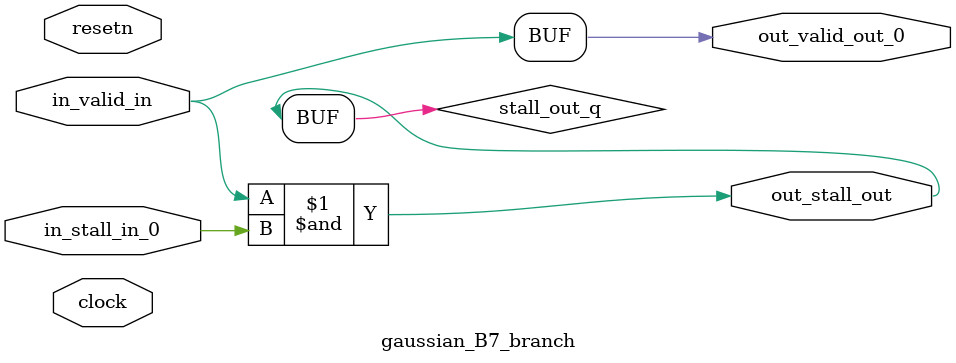
<source format=sv>



(* altera_attribute = "-name AUTO_SHIFT_REGISTER_RECOGNITION OFF; -name MESSAGE_DISABLE 10036; -name MESSAGE_DISABLE 10037; -name MESSAGE_DISABLE 14130; -name MESSAGE_DISABLE 14320; -name MESSAGE_DISABLE 15400; -name MESSAGE_DISABLE 14130; -name MESSAGE_DISABLE 10036; -name MESSAGE_DISABLE 12020; -name MESSAGE_DISABLE 12030; -name MESSAGE_DISABLE 12010; -name MESSAGE_DISABLE 12110; -name MESSAGE_DISABLE 14320; -name MESSAGE_DISABLE 13410; -name MESSAGE_DISABLE 113007; -name MESSAGE_DISABLE 10958" *)
module gaussian_B7_branch (
    input wire [0:0] in_stall_in_0,
    input wire [0:0] in_valid_in,
    output wire [0:0] out_stall_out,
    output wire [0:0] out_valid_out_0,
    input wire clock,
    input wire resetn
    );

    wire [0:0] stall_out_q;


    // stall_out(LOGICAL,6)
    assign stall_out_q = in_valid_in & in_stall_in_0;

    // out_stall_out(GPOUT,4)
    assign out_stall_out = stall_out_q;

    // out_valid_out_0(GPOUT,5)
    assign out_valid_out_0 = in_valid_in;

endmodule

</source>
